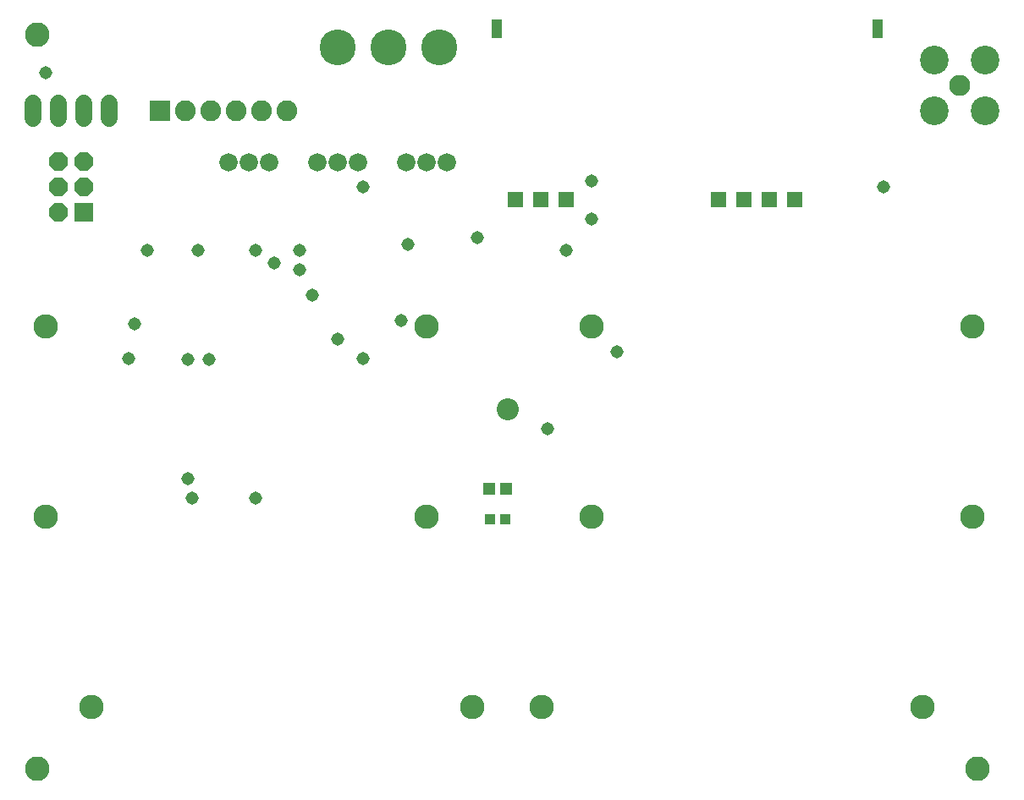
<source format=gts>
G75*
%MOIN*%
%OFA0B0*%
%FSLAX25Y25*%
%IPPOS*%
%LPD*%
%AMOC8*
5,1,8,0,0,1.08239X$1,22.5*
%
%ADD10C,0.09700*%
%ADD11C,0.08674*%
%ADD12C,0.09658*%
%ADD13R,0.07200X0.07200*%
%ADD14OC8,0.07200*%
%ADD15R,0.06350X0.06350*%
%ADD16R,0.04000X0.07400*%
%ADD17C,0.08300*%
%ADD18C,0.11300*%
%ADD19C,0.06800*%
%ADD20C,0.07200*%
%ADD21R,0.08200X0.08200*%
%ADD22C,0.08200*%
%ADD23C,0.14150*%
%ADD24R,0.03950X0.03950*%
%ADD25R,0.04737X0.05131*%
%ADD26C,0.05162*%
D10*
X0034180Y0019398D03*
X0404259Y0019398D03*
X0034180Y0308768D03*
D11*
X0219219Y0161130D03*
D12*
X0187369Y0193650D03*
X0252369Y0193650D03*
X0252369Y0118650D03*
X0187369Y0118650D03*
X0205479Y0043650D03*
X0232684Y0043650D03*
X0382684Y0043650D03*
X0402369Y0118650D03*
X0402369Y0193650D03*
X0055479Y0043650D03*
X0037369Y0118650D03*
X0037369Y0193650D03*
D13*
X0052369Y0238650D03*
D14*
X0042369Y0238650D03*
X0042369Y0248650D03*
X0052369Y0248650D03*
X0052369Y0258650D03*
X0042369Y0258650D03*
D15*
X0222369Y0243650D03*
X0232369Y0243650D03*
X0242369Y0243650D03*
X0302369Y0243650D03*
X0312369Y0243650D03*
X0322369Y0243650D03*
X0332369Y0243650D03*
D16*
X0364869Y0311150D03*
X0214869Y0311150D03*
D17*
X0397369Y0288650D03*
D18*
X0407408Y0278611D03*
X0387330Y0278611D03*
X0387330Y0298689D03*
X0407408Y0298689D03*
D19*
X0062369Y0281650D02*
X0062369Y0275650D01*
X0052369Y0275650D02*
X0052369Y0281650D01*
X0042369Y0281650D02*
X0042369Y0275650D01*
X0032369Y0275650D02*
X0032369Y0281650D01*
D20*
X0109495Y0258335D03*
X0117369Y0258335D03*
X0125243Y0258335D03*
X0144495Y0258335D03*
X0152369Y0258335D03*
X0160243Y0258335D03*
X0179495Y0258335D03*
X0187369Y0258335D03*
X0195243Y0258335D03*
D21*
X0082369Y0278650D03*
D22*
X0092369Y0278650D03*
X0102369Y0278650D03*
X0112369Y0278650D03*
X0122369Y0278650D03*
X0132369Y0278650D03*
D23*
X0152369Y0303650D03*
X0172369Y0303650D03*
X0192369Y0303650D03*
D24*
X0212330Y0117823D03*
X0218235Y0117823D03*
D25*
X0218629Y0129634D03*
X0211936Y0129634D03*
D26*
X0234967Y0153256D03*
X0262369Y0183650D03*
X0242369Y0223650D03*
X0252369Y0236150D03*
X0252369Y0251150D03*
X0207369Y0228650D03*
X0179869Y0226150D03*
X0162369Y0248650D03*
X0137369Y0223650D03*
X0137369Y0216150D03*
X0127369Y0218650D03*
X0119869Y0223650D03*
X0097369Y0223650D03*
X0077369Y0223650D03*
X0072395Y0194615D03*
X0069869Y0181150D03*
X0093235Y0180815D03*
X0101701Y0180815D03*
X0142369Y0206150D03*
X0152369Y0188650D03*
X0162369Y0181150D03*
X0177369Y0196150D03*
X0093235Y0133571D03*
X0094869Y0126150D03*
X0119869Y0126150D03*
X0037369Y0293650D03*
X0367369Y0248650D03*
M02*

</source>
